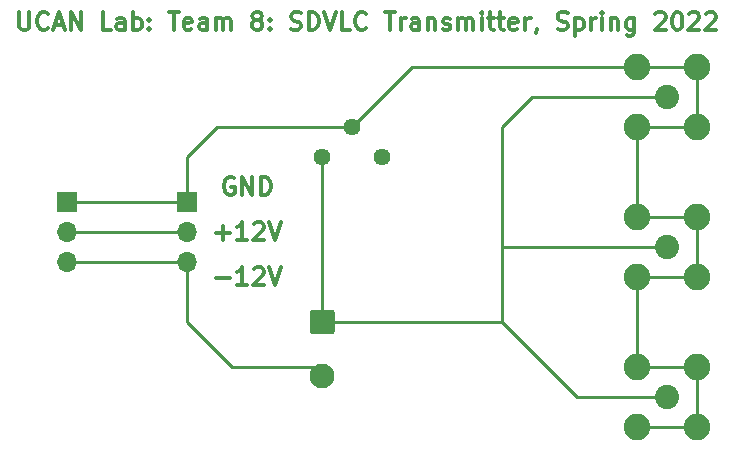
<source format=gbr>
%TF.GenerationSoftware,KiCad,Pcbnew,(5.1.9)-1*%
%TF.CreationDate,2022-04-08T15:27:02-04:00*%
%TF.ProjectId,OffsetPCB,4f666673-6574-4504-9342-2e6b69636164,rev?*%
%TF.SameCoordinates,Original*%
%TF.FileFunction,Copper,L1,Top*%
%TF.FilePolarity,Positive*%
%FSLAX46Y46*%
G04 Gerber Fmt 4.6, Leading zero omitted, Abs format (unit mm)*
G04 Created by KiCad (PCBNEW (5.1.9)-1) date 2022-04-08 15:27:02*
%MOMM*%
%LPD*%
G01*
G04 APERTURE LIST*
%TA.AperFunction,NonConductor*%
%ADD10C,0.300000*%
%TD*%
%TA.AperFunction,ComponentPad*%
%ADD11R,1.700000X1.700000*%
%TD*%
%TA.AperFunction,ComponentPad*%
%ADD12O,1.700000X1.700000*%
%TD*%
%TA.AperFunction,ComponentPad*%
%ADD13C,1.440000*%
%TD*%
%TA.AperFunction,ComponentPad*%
%ADD14C,2.100000*%
%TD*%
%TA.AperFunction,ComponentPad*%
%ADD15C,2.250000*%
%TD*%
%TA.AperFunction,ComponentPad*%
%ADD16C,2.050000*%
%TD*%
%TA.AperFunction,Conductor*%
%ADD17C,0.250000*%
%TD*%
G04 APERTURE END LIST*
D10*
X130707142Y-89007142D02*
X131850000Y-89007142D01*
X131278571Y-89578571D02*
X131278571Y-88435714D01*
X133350000Y-89578571D02*
X132492857Y-89578571D01*
X132921428Y-89578571D02*
X132921428Y-88078571D01*
X132778571Y-88292857D01*
X132635714Y-88435714D01*
X132492857Y-88507142D01*
X133921428Y-88221428D02*
X133992857Y-88150000D01*
X134135714Y-88078571D01*
X134492857Y-88078571D01*
X134635714Y-88150000D01*
X134707142Y-88221428D01*
X134778571Y-88364285D01*
X134778571Y-88507142D01*
X134707142Y-88721428D01*
X133850000Y-89578571D01*
X134778571Y-89578571D01*
X135207142Y-88078571D02*
X135707142Y-89578571D01*
X136207142Y-88078571D01*
X114045714Y-70298571D02*
X114045714Y-71512857D01*
X114117142Y-71655714D01*
X114188571Y-71727142D01*
X114331428Y-71798571D01*
X114617142Y-71798571D01*
X114760000Y-71727142D01*
X114831428Y-71655714D01*
X114902857Y-71512857D01*
X114902857Y-70298571D01*
X116474285Y-71655714D02*
X116402857Y-71727142D01*
X116188571Y-71798571D01*
X116045714Y-71798571D01*
X115831428Y-71727142D01*
X115688571Y-71584285D01*
X115617142Y-71441428D01*
X115545714Y-71155714D01*
X115545714Y-70941428D01*
X115617142Y-70655714D01*
X115688571Y-70512857D01*
X115831428Y-70370000D01*
X116045714Y-70298571D01*
X116188571Y-70298571D01*
X116402857Y-70370000D01*
X116474285Y-70441428D01*
X117045714Y-71370000D02*
X117760000Y-71370000D01*
X116902857Y-71798571D02*
X117402857Y-70298571D01*
X117902857Y-71798571D01*
X118402857Y-71798571D02*
X118402857Y-70298571D01*
X119260000Y-71798571D01*
X119260000Y-70298571D01*
X121831428Y-71798571D02*
X121117142Y-71798571D01*
X121117142Y-70298571D01*
X122974285Y-71798571D02*
X122974285Y-71012857D01*
X122902857Y-70870000D01*
X122760000Y-70798571D01*
X122474285Y-70798571D01*
X122331428Y-70870000D01*
X122974285Y-71727142D02*
X122831428Y-71798571D01*
X122474285Y-71798571D01*
X122331428Y-71727142D01*
X122260000Y-71584285D01*
X122260000Y-71441428D01*
X122331428Y-71298571D01*
X122474285Y-71227142D01*
X122831428Y-71227142D01*
X122974285Y-71155714D01*
X123688571Y-71798571D02*
X123688571Y-70298571D01*
X123688571Y-70870000D02*
X123831428Y-70798571D01*
X124117142Y-70798571D01*
X124260000Y-70870000D01*
X124331428Y-70941428D01*
X124402857Y-71084285D01*
X124402857Y-71512857D01*
X124331428Y-71655714D01*
X124260000Y-71727142D01*
X124117142Y-71798571D01*
X123831428Y-71798571D01*
X123688571Y-71727142D01*
X125045714Y-71655714D02*
X125117142Y-71727142D01*
X125045714Y-71798571D01*
X124974285Y-71727142D01*
X125045714Y-71655714D01*
X125045714Y-71798571D01*
X125045714Y-70870000D02*
X125117142Y-70941428D01*
X125045714Y-71012857D01*
X124974285Y-70941428D01*
X125045714Y-70870000D01*
X125045714Y-71012857D01*
X126688571Y-70298571D02*
X127545714Y-70298571D01*
X127117142Y-71798571D02*
X127117142Y-70298571D01*
X128617142Y-71727142D02*
X128474285Y-71798571D01*
X128188571Y-71798571D01*
X128045714Y-71727142D01*
X127974285Y-71584285D01*
X127974285Y-71012857D01*
X128045714Y-70870000D01*
X128188571Y-70798571D01*
X128474285Y-70798571D01*
X128617142Y-70870000D01*
X128688571Y-71012857D01*
X128688571Y-71155714D01*
X127974285Y-71298571D01*
X129974285Y-71798571D02*
X129974285Y-71012857D01*
X129902857Y-70870000D01*
X129760000Y-70798571D01*
X129474285Y-70798571D01*
X129331428Y-70870000D01*
X129974285Y-71727142D02*
X129831428Y-71798571D01*
X129474285Y-71798571D01*
X129331428Y-71727142D01*
X129260000Y-71584285D01*
X129260000Y-71441428D01*
X129331428Y-71298571D01*
X129474285Y-71227142D01*
X129831428Y-71227142D01*
X129974285Y-71155714D01*
X130688571Y-71798571D02*
X130688571Y-70798571D01*
X130688571Y-70941428D02*
X130760000Y-70870000D01*
X130902857Y-70798571D01*
X131117142Y-70798571D01*
X131260000Y-70870000D01*
X131331428Y-71012857D01*
X131331428Y-71798571D01*
X131331428Y-71012857D02*
X131402857Y-70870000D01*
X131545714Y-70798571D01*
X131760000Y-70798571D01*
X131902857Y-70870000D01*
X131974285Y-71012857D01*
X131974285Y-71798571D01*
X134045714Y-70941428D02*
X133902857Y-70870000D01*
X133831428Y-70798571D01*
X133760000Y-70655714D01*
X133760000Y-70584285D01*
X133831428Y-70441428D01*
X133902857Y-70370000D01*
X134045714Y-70298571D01*
X134331428Y-70298571D01*
X134474285Y-70370000D01*
X134545714Y-70441428D01*
X134617142Y-70584285D01*
X134617142Y-70655714D01*
X134545714Y-70798571D01*
X134474285Y-70870000D01*
X134331428Y-70941428D01*
X134045714Y-70941428D01*
X133902857Y-71012857D01*
X133831428Y-71084285D01*
X133760000Y-71227142D01*
X133760000Y-71512857D01*
X133831428Y-71655714D01*
X133902857Y-71727142D01*
X134045714Y-71798571D01*
X134331428Y-71798571D01*
X134474285Y-71727142D01*
X134545714Y-71655714D01*
X134617142Y-71512857D01*
X134617142Y-71227142D01*
X134545714Y-71084285D01*
X134474285Y-71012857D01*
X134331428Y-70941428D01*
X135260000Y-71655714D02*
X135331428Y-71727142D01*
X135260000Y-71798571D01*
X135188571Y-71727142D01*
X135260000Y-71655714D01*
X135260000Y-71798571D01*
X135260000Y-70870000D02*
X135331428Y-70941428D01*
X135260000Y-71012857D01*
X135188571Y-70941428D01*
X135260000Y-70870000D01*
X135260000Y-71012857D01*
X137045714Y-71727142D02*
X137260000Y-71798571D01*
X137617142Y-71798571D01*
X137760000Y-71727142D01*
X137831428Y-71655714D01*
X137902857Y-71512857D01*
X137902857Y-71370000D01*
X137831428Y-71227142D01*
X137760000Y-71155714D01*
X137617142Y-71084285D01*
X137331428Y-71012857D01*
X137188571Y-70941428D01*
X137117142Y-70870000D01*
X137045714Y-70727142D01*
X137045714Y-70584285D01*
X137117142Y-70441428D01*
X137188571Y-70370000D01*
X137331428Y-70298571D01*
X137688571Y-70298571D01*
X137902857Y-70370000D01*
X138545714Y-71798571D02*
X138545714Y-70298571D01*
X138902857Y-70298571D01*
X139117142Y-70370000D01*
X139260000Y-70512857D01*
X139331428Y-70655714D01*
X139402857Y-70941428D01*
X139402857Y-71155714D01*
X139331428Y-71441428D01*
X139260000Y-71584285D01*
X139117142Y-71727142D01*
X138902857Y-71798571D01*
X138545714Y-71798571D01*
X139831428Y-70298571D02*
X140331428Y-71798571D01*
X140831428Y-70298571D01*
X142045714Y-71798571D02*
X141331428Y-71798571D01*
X141331428Y-70298571D01*
X143402857Y-71655714D02*
X143331428Y-71727142D01*
X143117142Y-71798571D01*
X142974285Y-71798571D01*
X142760000Y-71727142D01*
X142617142Y-71584285D01*
X142545714Y-71441428D01*
X142474285Y-71155714D01*
X142474285Y-70941428D01*
X142545714Y-70655714D01*
X142617142Y-70512857D01*
X142760000Y-70370000D01*
X142974285Y-70298571D01*
X143117142Y-70298571D01*
X143331428Y-70370000D01*
X143402857Y-70441428D01*
X144974285Y-70298571D02*
X145831428Y-70298571D01*
X145402857Y-71798571D02*
X145402857Y-70298571D01*
X146331428Y-71798571D02*
X146331428Y-70798571D01*
X146331428Y-71084285D02*
X146402857Y-70941428D01*
X146474285Y-70870000D01*
X146617142Y-70798571D01*
X146760000Y-70798571D01*
X147902857Y-71798571D02*
X147902857Y-71012857D01*
X147831428Y-70870000D01*
X147688571Y-70798571D01*
X147402857Y-70798571D01*
X147260000Y-70870000D01*
X147902857Y-71727142D02*
X147760000Y-71798571D01*
X147402857Y-71798571D01*
X147260000Y-71727142D01*
X147188571Y-71584285D01*
X147188571Y-71441428D01*
X147260000Y-71298571D01*
X147402857Y-71227142D01*
X147760000Y-71227142D01*
X147902857Y-71155714D01*
X148617142Y-70798571D02*
X148617142Y-71798571D01*
X148617142Y-70941428D02*
X148688571Y-70870000D01*
X148831428Y-70798571D01*
X149045714Y-70798571D01*
X149188571Y-70870000D01*
X149260000Y-71012857D01*
X149260000Y-71798571D01*
X149902857Y-71727142D02*
X150045714Y-71798571D01*
X150331428Y-71798571D01*
X150474285Y-71727142D01*
X150545714Y-71584285D01*
X150545714Y-71512857D01*
X150474285Y-71370000D01*
X150331428Y-71298571D01*
X150117142Y-71298571D01*
X149974285Y-71227142D01*
X149902857Y-71084285D01*
X149902857Y-71012857D01*
X149974285Y-70870000D01*
X150117142Y-70798571D01*
X150331428Y-70798571D01*
X150474285Y-70870000D01*
X151188571Y-71798571D02*
X151188571Y-70798571D01*
X151188571Y-70941428D02*
X151260000Y-70870000D01*
X151402857Y-70798571D01*
X151617142Y-70798571D01*
X151760000Y-70870000D01*
X151831428Y-71012857D01*
X151831428Y-71798571D01*
X151831428Y-71012857D02*
X151902857Y-70870000D01*
X152045714Y-70798571D01*
X152260000Y-70798571D01*
X152402857Y-70870000D01*
X152474285Y-71012857D01*
X152474285Y-71798571D01*
X153188571Y-71798571D02*
X153188571Y-70798571D01*
X153188571Y-70298571D02*
X153117142Y-70370000D01*
X153188571Y-70441428D01*
X153260000Y-70370000D01*
X153188571Y-70298571D01*
X153188571Y-70441428D01*
X153688571Y-70798571D02*
X154260000Y-70798571D01*
X153902857Y-70298571D02*
X153902857Y-71584285D01*
X153974285Y-71727142D01*
X154117142Y-71798571D01*
X154260000Y-71798571D01*
X154545714Y-70798571D02*
X155117142Y-70798571D01*
X154760000Y-70298571D02*
X154760000Y-71584285D01*
X154831428Y-71727142D01*
X154974285Y-71798571D01*
X155117142Y-71798571D01*
X156188571Y-71727142D02*
X156045714Y-71798571D01*
X155760000Y-71798571D01*
X155617142Y-71727142D01*
X155545714Y-71584285D01*
X155545714Y-71012857D01*
X155617142Y-70870000D01*
X155760000Y-70798571D01*
X156045714Y-70798571D01*
X156188571Y-70870000D01*
X156260000Y-71012857D01*
X156260000Y-71155714D01*
X155545714Y-71298571D01*
X156902857Y-71798571D02*
X156902857Y-70798571D01*
X156902857Y-71084285D02*
X156974285Y-70941428D01*
X157045714Y-70870000D01*
X157188571Y-70798571D01*
X157331428Y-70798571D01*
X157902857Y-71727142D02*
X157902857Y-71798571D01*
X157831428Y-71941428D01*
X157760000Y-72012857D01*
X159617142Y-71727142D02*
X159831428Y-71798571D01*
X160188571Y-71798571D01*
X160331428Y-71727142D01*
X160402857Y-71655714D01*
X160474285Y-71512857D01*
X160474285Y-71370000D01*
X160402857Y-71227142D01*
X160331428Y-71155714D01*
X160188571Y-71084285D01*
X159902857Y-71012857D01*
X159760000Y-70941428D01*
X159688571Y-70870000D01*
X159617142Y-70727142D01*
X159617142Y-70584285D01*
X159688571Y-70441428D01*
X159760000Y-70370000D01*
X159902857Y-70298571D01*
X160260000Y-70298571D01*
X160474285Y-70370000D01*
X161117142Y-70798571D02*
X161117142Y-72298571D01*
X161117142Y-70870000D02*
X161260000Y-70798571D01*
X161545714Y-70798571D01*
X161688571Y-70870000D01*
X161760000Y-70941428D01*
X161831428Y-71084285D01*
X161831428Y-71512857D01*
X161760000Y-71655714D01*
X161688571Y-71727142D01*
X161545714Y-71798571D01*
X161260000Y-71798571D01*
X161117142Y-71727142D01*
X162474285Y-71798571D02*
X162474285Y-70798571D01*
X162474285Y-71084285D02*
X162545714Y-70941428D01*
X162617142Y-70870000D01*
X162760000Y-70798571D01*
X162902857Y-70798571D01*
X163402857Y-71798571D02*
X163402857Y-70798571D01*
X163402857Y-70298571D02*
X163331428Y-70370000D01*
X163402857Y-70441428D01*
X163474285Y-70370000D01*
X163402857Y-70298571D01*
X163402857Y-70441428D01*
X164117142Y-70798571D02*
X164117142Y-71798571D01*
X164117142Y-70941428D02*
X164188571Y-70870000D01*
X164331428Y-70798571D01*
X164545714Y-70798571D01*
X164688571Y-70870000D01*
X164760000Y-71012857D01*
X164760000Y-71798571D01*
X166117142Y-70798571D02*
X166117142Y-72012857D01*
X166045714Y-72155714D01*
X165974285Y-72227142D01*
X165831428Y-72298571D01*
X165617142Y-72298571D01*
X165474285Y-72227142D01*
X166117142Y-71727142D02*
X165974285Y-71798571D01*
X165688571Y-71798571D01*
X165545714Y-71727142D01*
X165474285Y-71655714D01*
X165402857Y-71512857D01*
X165402857Y-71084285D01*
X165474285Y-70941428D01*
X165545714Y-70870000D01*
X165688571Y-70798571D01*
X165974285Y-70798571D01*
X166117142Y-70870000D01*
X167902857Y-70441428D02*
X167974285Y-70370000D01*
X168117142Y-70298571D01*
X168474285Y-70298571D01*
X168617142Y-70370000D01*
X168688571Y-70441428D01*
X168760000Y-70584285D01*
X168760000Y-70727142D01*
X168688571Y-70941428D01*
X167831428Y-71798571D01*
X168760000Y-71798571D01*
X169688571Y-70298571D02*
X169831428Y-70298571D01*
X169974285Y-70370000D01*
X170045714Y-70441428D01*
X170117142Y-70584285D01*
X170188571Y-70870000D01*
X170188571Y-71227142D01*
X170117142Y-71512857D01*
X170045714Y-71655714D01*
X169974285Y-71727142D01*
X169831428Y-71798571D01*
X169688571Y-71798571D01*
X169545714Y-71727142D01*
X169474285Y-71655714D01*
X169402857Y-71512857D01*
X169331428Y-71227142D01*
X169331428Y-70870000D01*
X169402857Y-70584285D01*
X169474285Y-70441428D01*
X169545714Y-70370000D01*
X169688571Y-70298571D01*
X170760000Y-70441428D02*
X170831428Y-70370000D01*
X170974285Y-70298571D01*
X171331428Y-70298571D01*
X171474285Y-70370000D01*
X171545714Y-70441428D01*
X171617142Y-70584285D01*
X171617142Y-70727142D01*
X171545714Y-70941428D01*
X170688571Y-71798571D01*
X171617142Y-71798571D01*
X172188571Y-70441428D02*
X172260000Y-70370000D01*
X172402857Y-70298571D01*
X172760000Y-70298571D01*
X172902857Y-70370000D01*
X172974285Y-70441428D01*
X173045714Y-70584285D01*
X173045714Y-70727142D01*
X172974285Y-70941428D01*
X172117142Y-71798571D01*
X173045714Y-71798571D01*
X130707142Y-92817142D02*
X131850000Y-92817142D01*
X133350000Y-93388571D02*
X132492857Y-93388571D01*
X132921428Y-93388571D02*
X132921428Y-91888571D01*
X132778571Y-92102857D01*
X132635714Y-92245714D01*
X132492857Y-92317142D01*
X133921428Y-92031428D02*
X133992857Y-91960000D01*
X134135714Y-91888571D01*
X134492857Y-91888571D01*
X134635714Y-91960000D01*
X134707142Y-92031428D01*
X134778571Y-92174285D01*
X134778571Y-92317142D01*
X134707142Y-92531428D01*
X133850000Y-93388571D01*
X134778571Y-93388571D01*
X135207142Y-91888571D02*
X135707142Y-93388571D01*
X136207142Y-91888571D01*
X132207142Y-84340000D02*
X132064285Y-84268571D01*
X131850000Y-84268571D01*
X131635714Y-84340000D01*
X131492857Y-84482857D01*
X131421428Y-84625714D01*
X131350000Y-84911428D01*
X131350000Y-85125714D01*
X131421428Y-85411428D01*
X131492857Y-85554285D01*
X131635714Y-85697142D01*
X131850000Y-85768571D01*
X131992857Y-85768571D01*
X132207142Y-85697142D01*
X132278571Y-85625714D01*
X132278571Y-85125714D01*
X131992857Y-85125714D01*
X132921428Y-85768571D02*
X132921428Y-84268571D01*
X133778571Y-85768571D01*
X133778571Y-84268571D01*
X134492857Y-85768571D02*
X134492857Y-84268571D01*
X134850000Y-84268571D01*
X135064285Y-84340000D01*
X135207142Y-84482857D01*
X135278571Y-84625714D01*
X135350000Y-84911428D01*
X135350000Y-85125714D01*
X135278571Y-85411428D01*
X135207142Y-85554285D01*
X135064285Y-85697142D01*
X134850000Y-85768571D01*
X134492857Y-85768571D01*
D11*
%TO.P,REF\u002A\u002A,1*%
%TO.N,GND*%
X118110000Y-86360000D03*
D12*
%TO.P,REF\u002A\u002A,2*%
%TO.N,N/C*%
X118110000Y-88900000D03*
%TO.P,REF\u002A\u002A,3*%
%TO.N,-12V*%
X118110000Y-91440000D03*
%TD*%
%TO.P,REF\u002A\u002A,3*%
%TO.N,-12V*%
X128270000Y-91440000D03*
%TO.P,REF\u002A\u002A,2*%
%TO.N,N/C*%
X128270000Y-88900000D03*
D11*
%TO.P,REF\u002A\u002A,1*%
%TO.N,GND*%
X128270000Y-86360000D03*
%TD*%
D13*
%TO.P,RV1,1*%
%TO.N,Net-(RV1-Pad1)*%
X144780000Y-82550000D03*
%TO.P,RV1,2*%
%TO.N,GND*%
X142240000Y-80010000D03*
%TO.P,RV1,3*%
%TO.N,Net-(J1-Pad1)*%
X139700000Y-82550000D03*
%TD*%
D14*
%TO.P,R1,2*%
%TO.N,-12V*%
X139700000Y-101120000D03*
%TO.P,R1,1*%
%TO.N,Net-(J1-Pad1)*%
%TA.AperFunction,ComponentPad*%
G36*
G01*
X138900000Y-95470000D02*
X140500000Y-95470000D01*
G75*
G02*
X140750000Y-95720000I0J-250000D01*
G01*
X140750000Y-97320000D01*
G75*
G02*
X140500000Y-97570000I-250000J0D01*
G01*
X138900000Y-97570000D01*
G75*
G02*
X138650000Y-97320000I0J250000D01*
G01*
X138650000Y-95720000D01*
G75*
G02*
X138900000Y-95470000I250000J0D01*
G01*
G37*
%TD.AperFunction*%
%TD*%
D15*
%TO.P,J3,2*%
%TO.N,GND*%
X166370000Y-92710000D03*
X166370000Y-87630000D03*
X171450000Y-87630000D03*
X171450000Y-92710000D03*
D16*
%TO.P,J3,1*%
%TO.N,Net-(J1-Pad1)*%
X168910000Y-90170000D03*
%TD*%
D15*
%TO.P,J2,2*%
%TO.N,GND*%
X166370000Y-105410000D03*
X166370000Y-100330000D03*
X171450000Y-100330000D03*
X171450000Y-105410000D03*
D16*
%TO.P,J2,1*%
%TO.N,Net-(J1-Pad1)*%
X168910000Y-102870000D03*
%TD*%
D15*
%TO.P,J1,2*%
%TO.N,GND*%
X166370000Y-80010000D03*
X166370000Y-74930000D03*
X171450000Y-74930000D03*
X171450000Y-80010000D03*
D16*
%TO.P,J1,1*%
%TO.N,Net-(J1-Pad1)*%
X168910000Y-77470000D03*
%TD*%
D17*
%TO.N,*%
X128270000Y-88900000D02*
X118110000Y-88900000D01*
%TO.N,GND*%
X132080000Y-80010000D02*
X142240000Y-80010000D01*
X166370000Y-74930000D02*
X171450000Y-74930000D01*
X171450000Y-74930000D02*
X171450000Y-80010000D01*
X171450000Y-80010000D02*
X166370000Y-80010000D01*
X166370000Y-80010000D02*
X166370000Y-87630000D01*
X166370000Y-87630000D02*
X171450000Y-87630000D01*
X171450000Y-87630000D02*
X171450000Y-92710000D01*
X171450000Y-92710000D02*
X166370000Y-92710000D01*
X166370000Y-92710000D02*
X166370000Y-100330000D01*
X166370000Y-100330000D02*
X171450000Y-100330000D01*
X171450000Y-100330000D02*
X171450000Y-105410000D01*
X171450000Y-105410000D02*
X166370000Y-105410000D01*
X147320000Y-74930000D02*
X142240000Y-80010000D01*
X166370000Y-74930000D02*
X147320000Y-74930000D01*
X118110000Y-86360000D02*
X128270000Y-86360000D01*
X128270000Y-86360000D02*
X128270000Y-82550000D01*
X128270000Y-82550000D02*
X130810000Y-80010000D01*
X130810000Y-80010000D02*
X132080000Y-80010000D01*
%TO.N,Net-(J1-Pad1)*%
X139700000Y-82550000D02*
X139700000Y-96520000D01*
X139700000Y-96520000D02*
X154940000Y-96520000D01*
X161290000Y-102870000D02*
X168910000Y-102870000D01*
X154940000Y-96520000D02*
X161290000Y-102870000D01*
X154940000Y-96520000D02*
X154940000Y-80010000D01*
X157480000Y-77470000D02*
X168910000Y-77470000D01*
X154940000Y-80010000D02*
X157480000Y-77470000D01*
X168910000Y-90170000D02*
X154940000Y-90170000D01*
%TO.N,-12V*%
X138910000Y-100330000D02*
X139700000Y-101120000D01*
X132080000Y-100330000D02*
X138910000Y-100330000D01*
X132080000Y-100330000D02*
X128270000Y-96520000D01*
X128270000Y-96520000D02*
X128270000Y-91440000D01*
X128270000Y-91440000D02*
X118110000Y-91440000D01*
%TD*%
M02*

</source>
